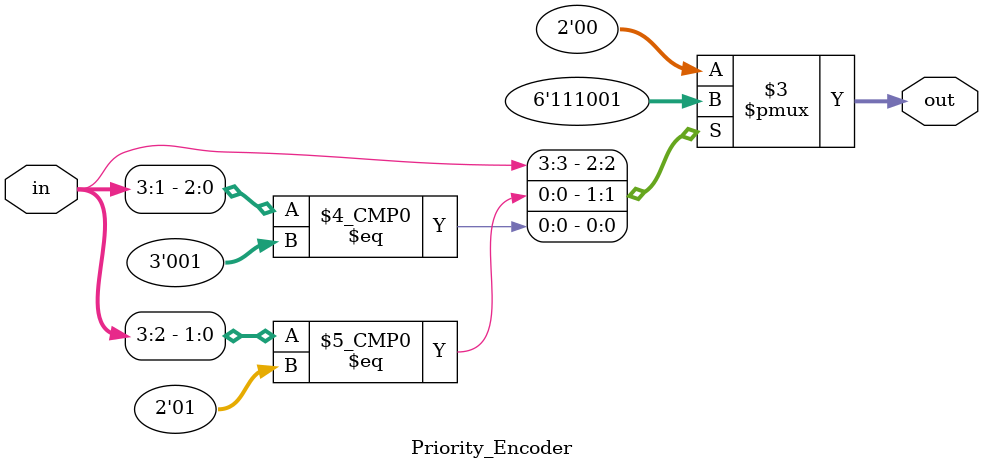
<source format=v>
`timescale 1ns / 1ps

module Priority_Encoder(input [3:0] in,output reg [1:0] out);

always@(*)
begin
    casex(in)
        4'b1xxx:begin out=2'b11; end
        4'b01xx:begin out=2'b10; end
        4'b001x:begin out=2'b01; end
        default:begin out=2'b00; end
    endcase
end

endmodule
</source>
